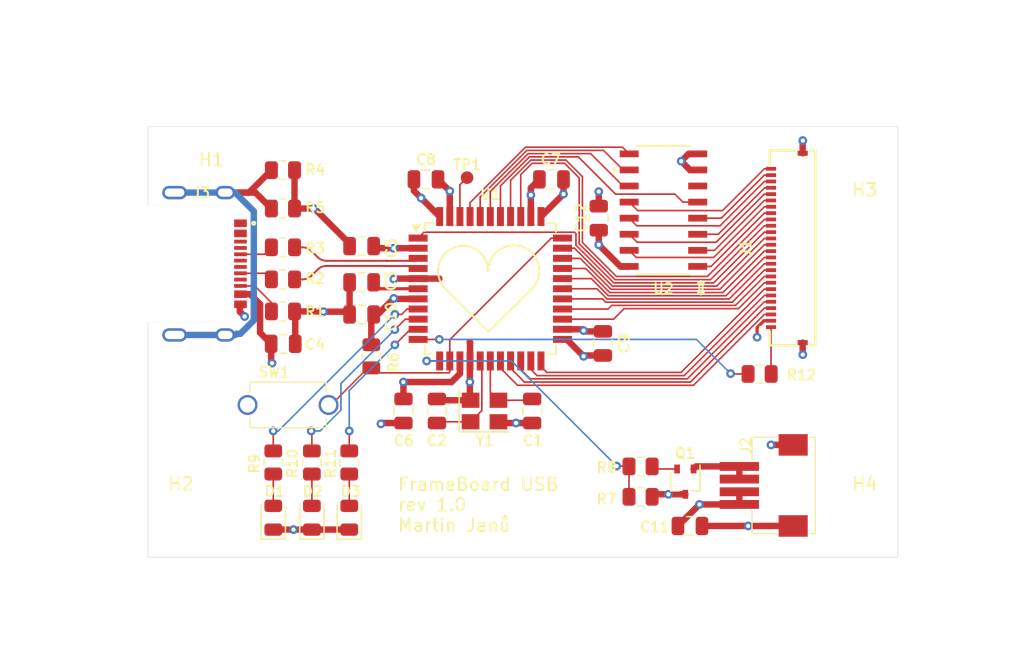
<source format=kicad_pcb>
(kicad_pcb (version 20221018) (generator pcbnew)
  (title_block (title "FrameBoard USB") (date "2024-06-14") (rev "1.0") (company "Martin Janů"))
  (layers (0 "F.Cu" signal) (1 "In1.Cu" power) (2 "In2.Cu" power) (31 "B.Cu" signal) (34 "B.Paste" user) (35 "F.Paste" user) (36 "B.SilkS" user "B.Silkscreen") (37 "F.SilkS" user "F.Silkscreen") (38 "B.Mask" user) (39 "F.Mask" user) (44 "Edge.Cuts" user))
  (net 0 "")
  (net 1 "/KSO9")
  (net 2 "VCC")
  (net 3 "Net-(D1-A)")
  (net 4 "Net-(D2-A)")
  (net 5 "GND")
  (net 6 "Net-(U1-UCAP)")
  (net 7 "/Reset")
  (net 8 "Net-(U1-XTAL2)")
  (net 9 "Net-(U1-XTAL1)")
  (net 10 "/KSO1")
  (net 11 "/KSO2")
  (net 12 "/KSO3")
  (net 13 "/KSO4")
  (net 14 "/KSO6")
  (net 15 "/KSO5")
  (net 16 "/KSO7")
  (net 17 "/KSO8")
  (net 18 "Net-(D3-A)")
  (net 19 "Net-(J2-Pin_1)")
  (net 20 "Net-(U1-D+)")
  (net 21 "/KSO0")
  (net 22 "/KSO15")
  (net 23 "/KSO14")
  (net 24 "/KSO13")
  (net 25 "/KSO12")
  (net 26 "/KSO11")
  (net 27 "/KSO10")
  (net 28 "Net-(U1-AREF)")
  (net 29 "/KSI3")
  (net 30 "/KSI2")
  (net 31 "/KSI1")
  (net 32 "/KSI0")
  (net 34 "/KSI7")
  (net 35 "/KSI6")
  (net 36 "/KSI5")
  (net 37 "/KSI4")
  (net 38 "Net-(Q1-G)")
  (net 39 "Net-(J3-CC2)")
  (net 40 "Net-(J3-DP2)")
  (net 41 "Net-(J3-DN2)")
  (net 42 "Net-(J3-SHIELD)")
  (net 50 "Net-(U1-D-)")
  (net 51 "/LED0")
  (net 52 "/LED1")
  (net 53 "/LED2")
  (net 54 "Net-(J1-Pin_1)")
  (net 55 "/MUXA")
  (net 56 "/MUX0")
  (net 57 "/MUX1")
  (net 58 "/MUX2")
  (net 59 "/PWM")
  (net 60 "/CAPS")
  (footprint "usb:AMPHENOL_GSB1C4621DS1HR" (layer "F.Cu") (at 41.256 46.979028 -90)
    (fp_text reference "J3")
    (fp_text value "USB-C 2.0")
    (fp_line (start -4.62 -4.6) (end -4.62 2.1) (stroke (width 0.01)) (layer "Edge.Cuts"))
    (fp_line (start 3.937 -4.6) (end -3.937 -4.6) (stroke (width 0.01)) (layer "Edge.Cuts"))
    (fp_line (start 4.62 2.1) (end 4.62 -4.6) (stroke (width 0.01)) (layer "Edge.Cuts"))
    (fp_arc (start -4.62 -4.6) (mid -4.434708 -4.841479) (end -4.1535 -4.725) (stroke (width 0.01)) (layer "Edge.Cuts"))
    (fp_arc (start -3.937 -4.6) (mid -4.061997 -4.633495) (end -4.1535 -4.725) (stroke (width 0.01)) (layer "Edge.Cuts"))
    (fp_arc (start 4.1535 -4.725) (mid 4.061997 -4.633495) (end 3.937 -4.6) (stroke (width 0.01)) (layer "Edge.Cuts"))
    (fp_arc (start 4.1535 -4.725) (mid 4.434708 -4.841479) (end 4.62 -4.6) (stroke (width 0.01)) (layer "Edge.Cuts"))
  )
  (footprint "Capacitor_SMD:C_0805_2012Metric" (layer "F.Cu") (at 75.073901 53.26865 -90)
    (fp_text reference "C9")
    (fp_text value "100nF" hide)
  )
  (footprint "Resistor_SMD:R_0805_2012Metric" (layer "F.Cu") (at 87.446 55.679028)
    (fp_text reference "R12")
    (fp_text value "220R")
  )
  (footprint "demux:SOIC-16_ONS" (layer "F.Cu") (at 79.8511 42.744028 180)
    (fp_text reference "U2")
    (fp_text value "SN74CBT3251DR" hide)
  )
  (footprint "MountingHole:MountingHole_2.2mm_M2" (layer "F.Cu") (at 41.756 67.551028)
    (fp_text reference "H2")
    (fp_text value "MountingHole")
  )
  (footprint "Capacitor_SMD:C_0805_2012Metric" (layer "F.Cu") (at 56.023901 48.44265 180)
    (fp_text reference "C3")
    (fp_text value "1uF" hide)
  )
  (footprint "custom_footprints:testpoint" (layer "F.Cu") (at 64.346 40.179028)
    (fp_text reference "TP1")
    (fp_text value "TestPoint" hide)
  )
  (footprint "MountingHole:MountingHole_2.2mm_M2" (layer "F.Cu") (at 95.756 38.751028)
    (fp_text reference "H3")
    (fp_text value "MountingHole")
  )
  (footprint "Resistor_SMD:R_0805_2012Metric" (layer "F.Cu") (at 78.046 65.379028)
    (fp_text reference "R7")
    (fp_text value "1M")
  )
  (footprint "Resistor_SMD:R_0805_2012Metric" (layer "F.Cu") (at 52.096 62.666528 -90)
    (fp_text reference "R10")
    (fp_text value "220R")
  )
  (footprint "Resistor_SMD:R_0805_2012Metric" (layer "F.Cu") (at 49.046 62.666528 -90)
    (fp_text reference "R9")
    (fp_text value "220R")
  )
  (footprint "custom_footprints:button" (layer "F.Cu") (at 50.216 58.127028)
    (fp_text reference "SW1")
    (fp_text value "RST_BTN")
  )
  (footprint "Resistor_SMD:R_0805_2012Metric" (layer "F.Cu") (at 55.046 62.666528 -90)
    (fp_text reference "R11")
    (fp_text value "220R")
  )
  (footprint "Resistor_SMD:R_0805_2012Metric" (layer "F.Cu") (at 49.8115 50.741028)
    (fp_text reference "R1")
    (fp_text value "5K1" hide)
  )
  (footprint "LED_SMD:LED_0805_2012Metric" (layer "F.Cu") (at 52.096 67.029028 90)
    (fp_text reference "D2")
    (fp_text value "LED")
  )
  (footprint "Capacitor_SMD:C_0805_2012Metric" (layer "F.Cu") (at 61.965901 58.60265 90)
    (fp_text reference "C2")
    (fp_text value "22pF")
  )
  (footprint "Resistor_SMD:R_0805_2012Metric" (layer "F.Cu") (at 56.785901 54.28465 -90)
    (fp_text reference "R6")
    (fp_text value "1M")
  )
  (footprint "Resistor_SMD:R_0805_2012Metric" (layer "F.Cu") (at 49.8115 39.585028)
    (fp_text reference "R4")
    (fp_text value "0R")
  )
  (footprint "MountingHole:MountingHole_2.2mm_M2" (layer "F.Cu") (at 95.756 67.551028)
    (fp_text reference "H4")
    (fp_text value "MountingHole")
  )
  (footprint "custom_footprints:conn_backlight" (layer "F.Cu") (at 89.346 64.479028 180)
    (fp_text reference "J2")
    (fp_text value "Conn_Backlight")
  )
  (footprint "Resistor_SMD:R_0805_2012Metric" (layer "F.Cu") (at 49.8115 42.618028)
    (fp_text reference "R5")
    (fp_text value "0R")
  )
  (footprint "transistors:SOT-323_SC-70" (layer "F.Cu") (at 81.580314 64.179028 -90)
    (fp_text reference "Q1")
    (fp_text value "Q_NMOS_DGS" hide)
  )
  (footprint "Capacitor_SMD:C_0805_2012Metric" (layer "F.Cu") (at 61.103901 40.31465)
    (fp_text reference "C8")
    (fp_text value "100nF" hide)
  )
  (footprint "Capacitor_SMD:C_0805_2012Metric" (layer "F.Cu") (at 69.485901 58.60265 -90)
    (fp_text reference "C1")
    (fp_text value "22pF")
  )
  (footprint "LED_SMD:LED_0805_2012Metric" (layer "F.Cu") (at 49.046 67.029028 90)
    (fp_text reference "D1")
    (fp_text value "LED")
  )
  (footprint "Resistor_SMD:R_0805_2012Metric" (layer "F.Cu") (at 49.8115 48.211028)
    (fp_text reference "R2")
    (fp_text value "22R" hide)
  )
  (footprint "Capacitor_SMD:C_0805_2012Metric" (layer "F.Cu") (at 56.023901 45.579028 180)
    (fp_text reference "C5")
    (fp_text value "100nF" hide)
  )
  (footprint "Package_QFP:TQFP-44_10x10mm_P0.8mm" (layer "F.Cu") (at 66.183901 48.95065)
    (fp_text reference "U1")
    (fp_text value "ATmega32U4-A (TQFP44)")
  )
  (footprint "LED_SMD:LED_0805_2012Metric" (layer "F.Cu") (at 55.046 67.029028 90)
    (fp_text reference "D3")
    (fp_text value "LED")
  )
  (footprint "Capacitor_SMD:C_0805_2012Metric" (layer "F.Cu") (at 74.746 43.379028 -90)
    (fp_text reference "C12")
    (fp_text value "100nF")
  )
  (footprint "Resistor_SMD:R_0805_2012Metric" (layer "F.Cu") (at 78.046 62.979028)
    (fp_text reference "R8")
    (fp_text value "5K1")
  )
  (footprint "Capacitor_SMD:C_0805_2012Metric" (layer "F.Cu") (at 71.009901 40.31465 180)
    (fp_text reference "C7")
    (fp_text value "100nF" hide)
  )
  (footprint "Crystal:Crystal_SMD_3225-4Pin_3.2x2.5mm" (layer "F.Cu") (at 65.725901 58.60265)
    (fp_text reference "Y1")
    (fp_text value "16MHz" hide)
  )
  (footprint "keyboard_conn:046809626210846" (layer "F.Cu") (at 90.046 45.729028 90)
    (fp_text reference "J1")
    (fp_text value "Conn_Keyboard" hide)
  )
  (footprint "Capacitor_SMD:C_0805_2012Metric" (layer "F.Cu") (at 81.946 67.679028)
    (fp_text reference "C11")
    (fp_text value "100nF")
  )
  (footprint "Capacitor_SMD:C_0805_2012Metric" (layer "F.Cu") (at 59.325901 58.60265 -90)
    (fp_text reference "C6")
    (fp_text value "100nF")
  )
  (footprint "MountingHole:MountingHole_2.2mm_M2" (layer "F.Cu") (at 41.756 38.751028)
    (fp_text reference "H1")
    (fp_text value "MountingHole")
  )
  (footprint "Resistor_SMD:R_0805_2012Metric" (layer "F.Cu") (at 49.8115 45.681028)
    (fp_text reference "R3")
    (fp_text value "22R" hide)
  )
  (footprint "Capacitor_SMD:C_0805_2012Metric" (layer "F.Cu") (at 56.023901 50.98265 180)
    (fp_text reference "C10")
    (fp_text value "100nF" hide)
  )
  (footprint "Capacitor_SMD:C_0805_2012Metric" (layer "F.Cu") (at 49.8315 53.301028)
    (fp_text reference "C4")
    (fp_text value "1uF" hide)
  )
  (gr_arc (start 62.633113 48.942666) (mid 63.275433 45.713475) (end 66.01301 47.542667) (stroke (width 0.1524)) (layer "F.SilkS"))
  (gr_line (start 62.633113 48.942666) (end 66.033112 52.342667) (stroke (width 0.1524)) (layer "F.SilkS"))
  (gr_arc (start 66.01301 47.542667) (mid 68.733935 45.648027) (end 69.566888 48.857332) (stroke (width 0.1524)) (layer "F.SilkS"))
  (gr_line (start 66.033112 52.342667) (end 69.566888 48.857332) (stroke (width 0.1524)) (layer "F.SilkS"))
  (gr_line locked (start 39.156 36.151028) (end 98.356 36.151028) (stroke (width 0.0381)) (layer "Edge.Cuts"))
  (gr_line locked (start 39.156 70.147028) (end 39.156 51.599028) (stroke (width 0.0381)) (layer "Edge.Cuts"))
  (gr_line locked (start 39.156 42.359028) (end 39.156 36.151028) (stroke (width 0.0381)) (layer "Edge.Cuts"))
  (gr_line locked (start 98.356 36.151028) (end 98.356 70.147028) (stroke (width 0.0381)) (layer "Edge.Cuts"))
  (gr_line locked (start 98.356 70.147028) (end 39.156 70.147028) (stroke (width 0.0381)) (layer "Edge.Cuts"))
  (gr_text "FrameBoard USB\nrev 1.0\nMartin Janů" (at 58.8 68.2) (layer "F.SilkS") (effects (font (size 1 1) (thickness 0.1524) bold) (justify left bottom)))
  (segment (start 87.819 47.979028) (end 88.346 47.979028) (width 0.127) (layer "F.Cu") (net 1))
  (segment (start 75.762454 50.265028) (end 85.533 50.265028) (width 0.127) (layer "F.Cu") (net 1))
  (segment (start 71.883901 50.55065) (end 75.476832 50.55065) (width 0.127) (layer "F.Cu") (net 1))
  (segment (start 75.476832 50.55065) (end 75.762454 50.265028) (width 0.127) (layer "F.Cu") (net 1))
  (segment (start 85.533 50.265028) (end 87.819 47.979028) (width 0.127) (layer "F.Cu") (net 1))
  (segment (start 60.382739 45.751429) (end 57.024739 45.751429) (width 0.508) (layer "F.Cu") (net 2))
  (segment (start 71.959901 40.31465) (end 71.959901 41.47465) (width 0.508) (layer "F.Cu") (net 2))
  (segment (start 87.246 52.021028) (end 87.246 52.779028) (width 0.254) (layer "F.Cu") (net 2))
  (segment (start 63.783901 55.65465) (end 63.783901 54.65065) (width 0.508) (layer "F.Cu") (net 2))
  (segment (start 48.0055 50.166528) (end 48.0055 52.425028) (width 0.508) (layer "F.Cu") (net 2))
  (segment (start 77.146 47.189028) (end 76.456 47.189028) (width 0.508) (layer "F.Cu") (net 2))
  (segment (start 58.601901 49.75065) (end 58.563901 49.71265) (width 0.508) (layer "F.Cu") (net 2))
  (segment (start 71.959901 41.47465) (end 70.183901 43.25065) (width 0.508) (layer "F.Cu") (net 2))
  (segment (start 74.746 44.329028) (end 74.746 45.479028) (width 0.508) (layer "F.Cu") (net 2))
  (segment (start 76.456 47.189028) (end 74.746 45.479028) (width 0.508) (layer "F.Cu") (net 2))
  (segment (start 63.121901 56.31665) (end 63.783901 55.65465) (width 0.508) (layer "F.Cu") (net 2))
  (segment (start 60.153901 41.22065) (end 62.183901 43.25065) (width 0.508) (layer "F.Cu") (net 2))
  (segment (start 46.406 49.379028) (end 47.218 49.379028) (width 0.508) (layer "F.Cu") (net 2))
  (segment (start 48.0055 52.425028) (end 48.8815 53.301028) (width 0.508) (layer "F.Cu") (net 2))
  (segment (start 60.483901 49.75065) (end 58.601901 49.75065) (width 0.508) (layer "F.Cu") (net 2))
  (segment (start 73.549901 52.25265) (end 73.615901 52.31865) (width 0.508) (layer "F.Cu") (net 2))
  (segment (start 47.218 49.379028) (end 48.0055 50.166528) (width 0.508) (layer "F.Cu") (net 2))
  (segment (start 56.785901 53.37215) (end 56.785901 51.17065) (width 0.508) (layer "F.Cu") (net 2))
  (segment (start 76.6409 47.189028) (end 77.156 47.189028) (width 0.508) (layer "F.Cu") (net 2))
  (segment (start 88.346 51.479028) (end 87.788 51.479028) (width 0.254) (layer "F.Cu") (net 2))
  (segment (start 48.8815 53.301028) (end 48.8815 54.760528) (width 0.508) (layer "F.Cu") (net 2))
  (segment (start 60.153901 40.31465) (end 60.153901 41.22065) (width 0.508) (layer "F.Cu") (net 2))
  (segment (start 73.447901 52.15065) (end 73.549901 52.25265) (width 0.508) (layer "F.Cu") (net 2))
  (segment (start 85.846 64.979028) (end 85.846 65.979028) (width 0.508) (layer "F.Cu") (net 2))
  (segment (start 48.8815 54.760528) (end 48.946 54.825028) (width 0.508) (layer "F.Cu") (net 2))
  (segment (start 59.325901 57.65265) (end 59.325901 56.31665) (width 0.508) (layer "F.Cu") (net 2))
  (segment (start 71.883901 52.15065) (end 73.447901 52.15065) (width 0.508) (layer "F.Cu") (net 2))
  (segment (start 87.788 51.479028) (end 87.246 52.021028) (width 0.254) (layer "F.Cu") (net 2))
  (segment (start 82.696 65.979028) (end 85.846 65.979028) (width 0.508) (layer "F.Cu") (net 2))
  (segment (start 59.325901 56.31665) (end 63.121901 56.31665) (width 0.508) (layer "F.Cu") (net 2))
  (segment (start 73.615901 52.31865) (end 75.073901 52.31865) (width 0.508) (layer "F.Cu") (net 2))
  (segment (start 80.996 67.679028) (end 82.696 65.979028) (width 0.508) (layer "F.Cu") (net 2))
  (segment (start 57.293901 50.98265) (end 58.563901 49.71265) (width 0.508) (layer "F.Cu") (net 2))
  (via (at 48.946 54.825028) (size 0.6858) (drill 0.3302) (layers "F.Cu" "B.Cu") (net 2))
  (via (at 73.549901 52.25265) (size 0.6858) (drill 0.3302) (layers "F.Cu" "B.Cu") (net 2))
  (via (at 59.325901 56.31665) (size 0.6858) (drill 0.3302) (layers "F.Cu" "B.Cu") (net 2))
  (via (at 71.959901 41.47465) (size 0.6858) (drill 0.3302) (layers "F.Cu" "B.Cu") (net 2))
  (via (at 74.746 45.479028) (size 0.6858) (drill 0.3302) (layers "F.Cu" "B.Cu") (net 2))
  (via (at 60.720139 41.786889) (size 0.6858) (drill 0.3302) (layers "F.Cu" "B.Cu") (net 2))
  (via (at 82.696 65.979028) (size 0.6858) (drill 0.3302) (layers "F.Cu" "B.Cu") (net 2))
  (via (at 58.563901 49.71265) (size 0.6858) (drill 0.3302) (layers "F.Cu" "B.Cu") (net 2))
  (via (at 87.246 52.779028) (size 0.6858) (drill 0.3302) (layers "F.Cu" "B.Cu") (net 2))
  (via (at 58.544838 45.751429) (size 0.6858) (drill 0.3302) (layers "F.Cu" "B.Cu") (net 2))
  (segment (start 49.046 63.579028) (end 49.046 65.991528) (width 0.127) (layer "F.Cu") (net 3))
  (segment (start 49.046 65.991528) (end 49.146 66.091528) (width 0.127) (layer "F.Cu") (net 3))
  (segment (start 52.096 63.579028) (end 52.096 66.091528) (width 0.127) (layer "F.Cu") (net 4))
  (segment (start 55.073901 50.98265) (end 55.073901 48.44265) (width 0.508) (layer "F.Cu") (net 5))
  (segment (start 90.096 61.279028) (end 88.346 61.279028) (width 0.508) (layer "F.Cu") (net 5))
  (segment (start 64.583901 53.178929) (end 64.556 53.151028) (width 0.508) (layer "F.Cu") (net 5))
  (segment (start 46.787 51.142028) (end 46.406 50.761028) (width 0.508) (layer "F.Cu") (net 5))
  (segment (start 50.724 42.618028) (end 50.724 39.585028) (width 0.508) (layer "F.Cu") (net 5))
  (segment (start 52.299 42.618028) (end 55.108 45.427028) (width 0.508) (layer "F.Cu") (net 5))
  (segment (start 64.625901 57.75265) (end 62.065901 57.75265) (width 0.508) (layer "F.Cu") (net 5))
  (segment (start 57.613901 59.55265) (end 57.547901 59.61865) (width 0.508) (layer "F.Cu") (net 5))
  (segment (start 79.1585 65.179028) (end 78.9585 65.379028) (width 0.508) (layer "F.Cu") (net 5))
  (segment (start 60.483901 48.15065) (end 62.155622 48.15065) (width 0.508) (layer "F.Cu") (net 5))
  (segment (start 52.248 42.618028) (end 50.724 42.618028) (width 0.508) (layer "F.Cu") (net 5))
  (segment (start 50.724 50.741028) (end 52.99 50.741028) (width 0.508) (layer "F.Cu") (net 5))
  (segment (start 59.325901 59.55265) (end 57.613901 59.55265) (width 0.508) (layer "F.Cu") (net 5))
  (segment (start 49.046 67.966528) (end 52.096 67.966528) (width 0.508) (layer "F.Cu") (net 5))
  (segment (start 73.615901 54.21865) (end 75.073901 54.21865) (width 0.508) (layer "F.Cu") (net 5))
  (segment (start 70.059901 40.31465) (end 69.383901 40.99065) (width 0.508) (layer "F.Cu") (net 5))
  (segment (start 52.096 67.966528) (end 55.046 67.966528) (width 0.508) (layer "F.Cu") (net 5))
  (segment (start 81.580314 65.179028) (end 79.1585 65.179028) (width 0.508) (layer "F.Cu") (net 5))
  (segment (start 60.483901 48.15065) (end 58.601901 48.15065) (width 0.508) (layer "F.Cu") (net 5))
  (segment (start 90.846 54.141028) (end 90.856 54.151028) (width 0.508) (layer "F.Cu") (net 5))
  (segment (start 69.485901 59.55265) (end 66.925901 59.55265) (width 0.508) (layer "F.Cu") (net 5))
  (segment (start 55.108 50.761028) (end 53.01 50.761028) (width 0.508) (layer "F.Cu") (net 5))
  (segment (start 62.053901 40.31465) (end 62.983901 41.24465) (width 0.508) (layer "F.Cu") (net 5))
  (segment (start 73.549901 54.28465) (end 73.615901 54.21865) (width 0.508) (layer "F.Cu") (net 5))
  (segment (start 90.846 37.261028) (end 90.846 38.254028) (width 0.508) (layer "F.Cu") (net 5))
  (segment (start 62.983901 41.24465) (end 62.983901 43.25065) (width 0.508) (layer "F.Cu") (net 5))
  (segment (start 82.896 67.679028) (end 90.096 67.679028) (width 0.508) (layer "F.Cu") (net 5))
  (segment (start 69.383901 40.99065) (end 69.383901 43.25065) (width 0.508) (layer "F.Cu") (net 5))
  (segment (start 46.406 50.761028) (end 46.406 50.179028) (width 0.508) (layer "F.Cu") (net 5))
  (segment (start 52.99 50.741028) (end 53.01 50.761028) (width 0.508) (layer "F.Cu") (net 5))
  (segment (start 81.9462 39.569028) (end 81.2562 38.879028) (width 0.508) (layer "F.Cu") (net 5))
  (segment (start 52.248 42.618028) (end 52.299 42.618028) (width 0.508) (layer "F.Cu") (net 5))
  (segment (start 72.215901 52.95065) (end 73.549901 54.28465) (width 0.508) (layer "F.Cu") (net 5))
  (segment (start 64.583901 54.65065) (end 64.583901 53.178929) (width 0.508) (layer "F.Cu") (net 5))
  (segment (start 62.156 48.151028) (end 62.155622 48.15065) (width 0.508) (layer "F.Cu") (net 5))
  (segment (start 81.8362 38.299028) (end 81.2562 38.879028) (width 0.508) (layer "F.Cu") (net 5))
  (segment (start 82.5562 38.299028) (end 81.8362 38.299028) (width 0.508) (layer "F.Cu") (net 5))
  (segment (start 90.856 37.251028) (end 90.846 37.261028) (width 0.508) (layer "F.Cu") (net 5))
  (segment (start 64.569042 57.750111) (end 64.569042 54.690111) (width 0.508) (layer "F.Cu") (net 5))
  (segment (start 74.746 42.429028) (end 74.746 41.279028) (width 0.508) (layer "F.Cu") (net 5))
  (segment (start 82.5562 39.569028) (end 81.9462 39.569028) (width 0.508) (layer "F.Cu") (net 5))
  (segment (start 90.846 53.204028) (end 90.846 54.141028) (width 0.508) (layer "F.Cu") (net 5))
  (segment (start 58.601901 48.15065) (end 58.563901 48.18865) (width 0.508) (layer "F.Cu") (net 5))
  (segment (start 50.7815 53.301028) (end 50.7815 50.798528) (width 0.508) (layer "F.Cu") (net 5))
  (via (at 53.01 50.761028) (size 0.6858) (drill 0.3302) (layers "F.Cu" "B.Cu") (net 5))
  (via (at 58.563901 48.18865) (size 0.6858) (drill 0.3302) (layers "F.Cu" "B.Cu") (net 5))
  (via (at 52.248 42.618028) (size 0.6858) (drill 0.3302) (layers "F.Cu" "B.Cu") (net 5))
  (via (at 57.547901 59.61865) (size 0.6858) (drill 0.3302) (layers "F.Cu" "B.Cu") (net 5))
  (via (at 74.746 41.279028) (size 0.6858) (drill 0.3302) (layers "F.Cu" "B.Cu") (net 5))
  (via (at 64.569042 56.314111) (size 0.6858) (drill 0.3302) (layers "F.Cu" "B.Cu") (net 5))
  (via (at 62.983901 41.24465) (size 0.6858) (drill 0.3302) (layers "F.Cu" "B.Cu") (net 5))
  (via (at 46.787 51.142028) (size 0.6858) (drill 0.3302) (layers "F.Cu" "B.Cu") (net 5))
  (via (at 68.215901 59.55265) (size 0.6858) (drill 0.3302) (layers "F.Cu" "B.Cu") (net 5))
  (via (at 86.546 67.679028) (size 0.6858) (drill 0.3302) (layers "F.Cu" "B.Cu") (net 5))
  (via (at 50.646 67.966528) (size 0.6858) (drill 0.3302) (layers "F.Cu" "B.Cu") (net 5))
  (via (at 73.549901 54.28465) (size 0.6858) (drill 0.3302) (layers "F.Cu" "B.Cu") (net 5))
  (via (at 88.346 61.279028) (size 0.6858) (drill 0.3302) (layers "F.Cu" "B.Cu") (net 5))
  (via (at 81.2562 38.879028) (size 0.6858) (drill 0.3302) (layers "F.Cu" "B.Cu") (net 5))
  (via (at 80.246 65.179028) (size 0.6858) (drill 0.3302) (layers "F.Cu" "B.Cu") (net 5))
  (via (at 90.856 37.251028) (size 0.6858) (drill 0.3302) (layers "F.Cu" "B.Cu") (net 5))
  (via (at 90.856 54.151028) (size 0.6858) (drill 0.3302) (layers "F.Cu" "B.Cu") (net 5))
  (via (at 69.383901 41.551028) (size 0.6858) (drill 0.3302) (layers "F.Cu" "B.Cu") (net 5))
  (segment (start 57.481901 48.95065) (end 60.483901 48.95065) (width 0.254) (layer "F.Cu") (net 6))
  (segment (start 56.973901 48.44265) (end 57.481901 48.95065) (width 0.254) (layer "F.Cu") (net 6))
  (segment (start 62.983901 55.52765) (end 62.920401 55.59115) (width 0.127) (layer "F.Cu") (net 7))
  (segment (start 56.533401 55.19715) (end 53.381901 58.34865) (width 0.127) (layer "F.Cu") (net 7))
  (segment (start 62.983901 54.65065) (end 62.983901 55.52765) (width 0.127) (layer "F.Cu") (net 7))
  (segment (start 62.920401 55.59115) (end 57.179901 55.59115) (width 0.127) (layer "F.Cu") (net 7))
  (segment (start 71.883901 44.95065) (end 71.006901 44.95065) (width 0.127) (layer "F.Cu") (net 7))
  (segment (start 71.006901 44.95065) (end 62.983901 52.97365) (width 0.127) (layer "F.Cu") (net 7))
  (segment (start 62.983901 52.97365) (end 62.983901 54.65065) (width 0.127) (layer "F.Cu") (net 7))
  (segment (start 64.625901 59.45265) (end 62.065901 59.45265) (width 0.127) (layer "F.Cu") (net 8))
  (segment (start 65.383901 54.65065) (end 65.516401 54.78315) (width 0.127) (layer "F.Cu") (net 8))
  (segment (start 65.516401 58.56215) (end 64.625901 59.45265) (width 0.127) (layer "F.Cu") (net 8))
  (segment (start 65.516401 54.78315) (end 65.516401 58.56215) (width 0.127) (layer "F.Cu") (net 8))
  (segment (start 62.065901 59.45265) (end 61.965901 59.55265) (width 0.127) (layer "F.Cu") (net 8))
  (segment (start 69.385901 57.75265) (end 69.485901 57.65265) (width 0.127) (layer "F.Cu") (net 9))
  (segment (start 66.183901 57.11065) (end 66.825901 57.75265) (width 0.127) (layer "F.Cu") (net 9))
  (segment (start 66.825901 57.75265) (end 69.385901 57.75265) (width 0.127) (layer "F.Cu") (net 9))
  (segment (start 66.183901 54.65065) (end 66.183901 57.11065) (width 0.127) (layer "F.Cu") (net 9))
  (segment (start 87.819 43.979028) (end 88.346 43.979028) (width 0.127) (layer "F.Cu") (net 10))
  (segment (start 73.2 45.400138) (end 76.03289 48.233028) (width 0.127) (layer "F.Cu") (net 10))
  (segment (start 73.2 40.199861) (end 73.2 45.400138) (width 0.127) (layer "F.Cu") (net 10))
  (segment (start 68.583901 39.94665) (end 69.485901 39.04465) (width 0.127) (layer "F.Cu") (net 10))
  (segment (start 76.03289 48.233028) (end 83.565 48.233028) (width 0.127) (layer "F.Cu") (net 10))
  (segment (start 83.565 48.233028) (end 87.819 43.979028) (width 0.127) (layer "F.Cu") (net 10))
  (segment (start 72.044789 39.04465) (end 73.2 40.199861) (width 0.127) (layer "F.Cu") (net 10))
  (segment (start 69.485901 39.04465) (end 72.044789 39.04465) (width 0.127) (layer "F.Cu") (net 10))
  (segment (start 68.583901 43.25065) (end 68.583901 39.94665) (width 0.127) (layer "F.Cu") (net 10))
  (segment (start 87.819 44.479028) (end 88.346 44.479028) (width 0.127) (layer "F.Cu") (net 11))
  (segment (start 83.811 48.487028) (end 87.819 44.479028) (width 0.127) (layer "F.Cu") (net 11))
  (segment (start 72.946 45.505348) (end 75.92768 48.487028) (width 0.127) (layer "F.Cu") (net 11))
  (segment (start 60.483901 44.95065) (end 60.949401 44.48515) (width 0.127) (layer "F.Cu") (net 11))
  (segment (start 72.946 44.606749) (end 72.946 45.505348) (width 0.127) (layer "F.Cu") (net 11))
  (segment (start 75.92768 48.487028) (end 83.811 48.487028) (width 0.127) (layer "F.Cu") (net 11))
  (segment (start 60.949401 44.48515) (end 72.824401 44.48515) (width 0.127) (layer "F.Cu") (net 11))
  (segment (start 72.824401 44.48515) (end 72.946 44.606749) (width 0.127) (layer "F.Cu") (net 11))
  (segment (start 71.883901 45.75065) (end 72.832092 45.75065) (width 0.127) (layer "F.Cu") (net 12))
  (segment (start 84.057 48.741028) (end 87.819 44.979028) (width 0.127) (layer "F.Cu") (net 12))
  (segment (start 75.82247 48.741028) (end 84.057 48.741028) (width 0.127) (layer "F.Cu") (net 12))
  (segment (start 72.832092 45.75065) (end 75.82247 48.741028) (width 0.127) (layer "F.Cu") (net 12))
  (segment (start 87.819 44.979028) (end 88.346 44.979028) (width 0.127) (layer "F.Cu") (net 12))
  (segment (start 73.272882 46.55065) (end 75.71726 48.995028) (width 0.127) (layer "F.Cu") (net 13))
  (segment (start 87.819 45.479028) (end 88.346 45.479028) (width 0.127) (layer "F.Cu") (net 13))
  (segment (start 84.303 48.995028) (end 87.819 45.479028) (width 0.127) (layer "F.Cu") (net 13))
  (segment (start 75.71726 48.995028) (end 84.303 48.995028) (width 0.127) (layer "F.Cu") (net 13))
  (segment (start 71.883901 46.55065) (end 73.272882 46.55065) (width 0.127) (layer "F.Cu") (net 13))
  (segment (start 71.883901 48.15065) (end 74.154462 48.15065) (width 0.127) (layer "F.Cu") (net 14))
  (segment (start 75.50684 49.503028) (end 84.795 49.503028) (width 0.127) (layer "F.Cu") (net 14))
  (segment (start 87.819 46.479028) (end 88.346 46.479028) (width 0.127) (layer "F.Cu") (net 14))
  (segment (start 84.795 49.503028) (end 87.819 46.479028) (width 0.127) (layer "F.Cu") (net 14))
  (segment (start 74.154462 48.15065) (end 75.50684 49.503028) (width 0.127) (layer "F.Cu") (net 14))
  (segment (start 84.549 49.249028) (end 87.819 45.979028) (width 0.127) (layer "F.Cu") (net 15))
  (segment (start 75.61205 49.249028) (end 84.549 49.249028) (width 0.127) (layer "F.Cu") (net 15))
  (segment (start 87.819 45.979028) (end 88.346 45.979028) (width 0.127) (layer "F.Cu") (net 15))
  (segment (start 71.883901 47.35065) (end 73.713672 47.35065) (width 0.127) (layer "F.Cu") (net 15))
  (segment (start 73.713672 47.35065) (end 75.61205 49.249028) (width 0.127) (layer "F.Cu") (net 15))
  (segment (start 71.883901 48.95065) (end 74.595252 48.95065) (width 0.127) (layer "F.Cu") (net 16))
  (segment (start 74.595252 48.95065) (end 75.40163 49.757028) (width 0.127) (layer "F.Cu") (net 16))
  (segment (start 75.40163 49.757028) (end 85.041 49.757028) (width 0.127) (layer "F.Cu") (net 16))
  (segment (start 87.819 46.979028) (end 88.346 46.979028) (width 0.127) (layer "F.Cu") (net 16))
  (segment (start 85.041 49.757028) (end 87.819 46.979028) (width 0.127) (layer "F.Cu") (net 16))
  (segment (start 87.819 47.479028) (end 88.346 47.479028) (width 0.127) (layer "F.Cu") (net 17))
  (segment (start 75.29642 50.011028) (end 85.287 50.011028) (width 0.127) (layer "F.Cu") (net 17))
  (segment (start 85.287 50.011028) (end 87.819 47.479028) (width 0.127) (layer "F.Cu") (net 17))
  (segment (start 71.883901 49.75065) (end 75.036042 49.75065) (width 0.127) (layer "F.Cu") (net 17))
  (segment (start 75.036042 49.75065) (end 75.29642 50.011028) (width 0.127) (layer "F.Cu") (net 17))
  (segment (start 55.046 63.579028) (end 55.046 66.091528) (width 0.127) (layer "F.Cu") (net 18))
  (segment (start 85.846 63.979028) (end 85.846 62.979028) (width 0.508) (layer "F.Cu") (net 19))
  (segment (start 82.430314 62.979028) (end 82.230314 63.179028) (width 0.508) (layer "F.Cu") (net 19))
  (segment (start 85.846 62.979028) (end 82.430314 62.979028) (width 0.508) (layer "F.Cu") (net 19))
  (segment (start 50.724 48.211028) (end 51.359787 48.211028) (width 0.1524) (layer "F.Cu") (net 20))
  (segment (start 57.840622 47.15385) (end 60.287101 47.15385) (width 0.1524) (layer "F.Cu") (net 20))
  (segment (start 60.287101 47.15385) (end 60.483901 47.35065) (width 0.1524) (layer "F.Cu") (net 20))
  (segment (start 53.250015 47.149228) (end 57.836 47.149228) (width 0.1524) (layer "F.Cu") (net 20))
  (segment (start 57.836 47.149228) (end 57.840622 47.15385) (width 0.1524) (layer "F.Cu") (net 20))
  (segment (start 52.066894 47.918135) (end 52.542908 47.442121) (width 0.1524) (layer "F.Cu") (net 20))
  (arc (start 52.542908 47.442121) (mid 52.867331 47.225348) (end 53.250015 47.149228) (width 0.1524) (layer "F.Cu") (net 20))
  (arc (start 51.359787 48.211028) (mid 51.742471 48.134908) (end 52.066894 47.918135) (width 0.1524) (layer "F.Cu") (net 20))
  (segment (start 83.346 47.952028) (end 87.819 43.479028) (width 0.127) (layer "F.Cu") (net 21))
  (segment (start 83.346 47.979028) (end 83.346 47.952028) (width 0.127) (layer "F.Cu") (net 21))
  (segment (start 73.454 45.294928) (end 76.1381 47.979028) (width 0.127) (layer "F.Cu") (net 21))
  (segment (start 67.783901 43.25065) (end 67.783901 40.38744) (width 0.127) (layer "F.Cu") (net 21))
  (segment (start 67.783901 40.38744) (end 69.380691 38.79065) (width 0.127) (layer "F.Cu") (net 21))
  (segment (start 72.149999 38.79065) (end 73.454 40.094651) (width 0.127) (layer "F.Cu") (net 21))
  (segment (start 73.454 40.094651) (end 73.454 45.294928) (width 0.127) (layer "F.Cu") (net 21))
  (segment (start 76.1381 47.979028) (end 83.346 47.979028) (width 0.127) (layer "F.Cu") (net 21))
  (segment (start 69.380691 38.79065) (end 72.149999 38.79065) (width 0.127) (layer "F.Cu") (net 21))
  (segment (start 87.819 43.479028) (end 88.346 43.479028) (width 0.127) (layer "F.Cu") (net 21))
  (segment (start 82.227378 56.57065) (end 87.819 50.979028) (width 0.127) (layer "F.Cu") (net 22))
  (segment (start 66.983901 55.22015) (end 68.334401 56.57065) (width 0.127) (layer "F.Cu") (net 22))
  (segment (start 87.819 50.979028) (end 88.346 50.979028) (width 0.127) (layer "F.Cu") (net 22))
  (segment (start 68.334401 56.57065) (end 82.227378 56.57065) (width 0.127) (layer "F.Cu") (net 22))
  (segment (start 68.880401 56.31665) (end 81.981378 56.31665) (width 0.127) (layer "F.Cu") (net 23))
  (segment (start 67.783901 55.22015) (end 68.880401 56.31665) (width 0.127) (layer "F.Cu") (net 23))
  (segment (start 81.981378 56.31665) (end 87.819 50.479028) (width 0.127) (layer "F.Cu") (net 23))
  (segment (start 87.819 50.479028) (end 88.346 50.479028) (width 0.127) (layer "F.Cu") (net 23))
  (segment (start 68.583901 55.316929) (end 69.329622 56.06265) (width 0.127) (layer "F.Cu") (net 24))
  (segment (start 69.329622 56.06265) (end 81.735378 56.06265) (width 0.127) (layer "F.Cu") (net 24))
  (segment (start 87.819 49.979028) (end 88.346 49.979028) (width 0.127) (layer "F.Cu") (net 24))
  (segment (start 68.583901 54.65065) (end 68.583901 55.316929) (width 0.127) (layer "F.Cu") (net 24))
  (segment (start 81.735378 56.06265) (end 87.819 49.979028) (width 0.127) (layer "F.Cu") (net 24))
  (segment (start 81.489378 55.80865) (end 87.819 49.479028) (width 0.127) (layer "F.Cu") (net 25))
  (segment (start 87.819 49.479028) (end 88.346 49.479028) (width 0.127) (layer "F.Cu") (net 25))
  (segment (start 69.383901 54.65065) (end 69.383901 55.316929) (width 0.127) (layer "F.Cu") (net 25))
  (segment (start 69.875622 55.80865) (end 81.489378 55.80865) (width 0.127) (layer "F.Cu") (net 25))
  (segment (start 69.383901 55.316929) (end 69.875622 55.80865) (width 0.127) (layer "F.Cu") (net 25))
  (segment (start 87.819 48.979028) (end 88.346 48.979028) (width 0.127) (layer "F.Cu") (net 26))
  (segment (start 70.183901 55.092551) (end 70.646 55.55465) (width 0.127) (layer "F.Cu") (net 26))
  (segment (start 70.646 55.55465) (end 81.243378 55.55465) (width 0.127) (layer "F.Cu") (net 26))
  (segment (start 81.243378 55.55465) (end 87.819 48.979028) (width 0.127) (layer "F.Cu") (net 26))
  (segment (start 70.183901 54.65065) (end 70.183901 55.092551) (width 0.127) (layer "F.Cu") (net 26))
  (segment (start 75.917622 51.35065) (end 76.749244 50.519028) (width 0.127) (layer "F.Cu") (net 27))
  (segment (start 85.779 50.519028) (end 87.819 48.479028) (width 0.127) (layer "F.Cu") (net 27))
  (segment (start 76.749244 50.519028) (end 85.779 50.519028) (width 0.127) (layer "F.Cu") (net 27))
  (segment (start 87.819 48.479028) (end 88.346 48.479028) (width 0.127) (layer "F.Cu") (net 27))
  (segment (start 71.883901 51.35065) (end 75.917622 51.35065) (width 0.127) (layer "F.Cu") (net 27))
  (segment (start 64.346 40.179028) (end 63.783901 40.741127) (width 0.127) (layer "F.Cu") (net 28))
  (segment (start 63.783901 40.741127) (end 63.783901 43.25065) (width 0.127) (layer "F.Cu") (net 28))
  (segment (start 82.5562 44.649028) (end 82.6262 44.579028) (width 0.127) (layer "F.Cu") (net 29))
  (segment (start 88.346 40.979028) (end 87.846 40.979028) (width 0.127) (layer "F.Cu") (net 29))
  (segment (start 87.846 40.979028) (end 84.176 44.649028) (width 0.127) (layer "F.Cu") (net 29))
  (segment (start 88.0088 40.979028) (end 88.646 40.979028) (width 0.127) (layer "F.Cu") (net 29))
  (segment (start 84.176 44.649028) (end 82.5562 44.649028) (width 0.127) (layer "F.Cu") (net 29))
  (segment (start 77.146 43.379028) (end 77.746 43.979028) (width 0.127) (layer "F.Cu") (net 30))
  (segment (start 87.819 40.479028) (end 88.346 40.479028) (width 0.127) (layer "F.Cu") (net 30))
  (segment (start 84.319 43.979028) (end 87.819 40.479028) (width 0.127) (layer "F.Cu") (net 30))
  (segment (start 77.746 43.979028) (end 84.319 43.979028) (width 0.127) (layer "F.Cu") (net 30))
  (segment (start 88.119 40.479028) (end 88.646 40.479028) (width 0.127) (layer "F.Cu") (net 30))
  (segment (start 82.5562 43.379028) (end 84.419 43.379028) (width 0.127) (layer "F.Cu") (net 31))
  (segment (start 88.215 39.979028) (end 88.646 39.979028) (width 0.127) (layer "F.Cu") (net 31))
  (segment (start 87.819 39.979028) (end 88.346 39.979028) (width 0.127) (layer "F.Cu") (net 31))
  (segment (start 84.419 43.379028) (end 87.819 39.979028) (width 0.127) (layer "F.Cu") (net 31))
  (segment (start 84.519 42.779028) (end 87.819 39.479028) (width 0.127) (layer "F.Cu") (net 32))
  (segment (start 77.816 42.779028) (end 84.519 42.779028) (width 0.127) (layer "F.Cu") (net 32))
  (segment (start 88.215 39.479028) (end 88.646 39.479028) (width 0.127) (layer "F.Cu") (net 32))
  (segment (start 77.146 42.109028) (end 77.816 42.779028) (width 0.127) (layer "F.Cu") (net 32))
  (segment (start 87.819 39.479028) (end 88.346 39.479028) (width 0.127) (layer "F.Cu") (net 32))
  (segment (start 83.609 47.189028) (end 87.819 42.979028) (width 0.127) (layer "F.Cu") (net 34))
  (segment (start 87.819 42.979028) (end 88.346 42.979028) (width 0.127) (layer "F.Cu") (net 34))
  (segment (start 88.119 42.979028) (end 88.646 42.979028) (width 0.127) (layer "F.Cu") (net 34))
  (segment (start 82.5562 47.189028) (end 83.609 47.189028) (width 0.127) (layer "F.Cu") (net 34))
  (segment (start 83.819 46.479028) (end 87.819 42.479028) (width 0.127) (layer "F.Cu") (net 35))
  (segment (start 77.706 46.479028) (end 83.819 46.479028) (width 0.127) (layer "F.Cu") (net 35))
  (segment (start 87.819 42.479028) (end 88.346 42.479028) (width 0.127) (layer "F.Cu") (net 35))
  (segment (start 88.119 42.479028) (end 88.646 42.479028) (width 0.127) (layer "F.Cu") (net 35))
  (segment (start 77.146 45.919028) (end 77.706 46.479028) (width 0.127) (layer "F.Cu") (net 35))
  (segment (start 82.5562 45.919028) (end 83.879 45.919028) (width 0.127) (layer "F.Cu") (net 36))
  (segment (start 83.879 45.919028) (end 87.819 41.979028) (width 0.127) (layer "F.Cu") (net 36))
  (segment (start 87.819 41.979028) (end 88.346 41.979028) (width 0.127) (layer "F.Cu") (net 36))
  (segment (start 88.646 41.979028) (end 88.146 41.979028) (width 0.127) (layer "F.Cu") (net 36))
  (segment (start 82.5562 45.919028) (end 82.5962 45.879028) (width 0.127) (layer "F.Cu") (net 36))
  (segment (start 88.646 41.479028) (end 88.119 41.479028) (width 0.127) (layer "F.Cu") (net 37))
  (segment (start 77.776 45.279028) (end 84.019 45.279028) (width 0.127) (layer "F.Cu") (net 37))
  (segment (start 77.146 44.649028) (end 77.776 45.279028) (width 0.127) (layer "F.Cu") (net 37))
  (segment (start 84.019 45.279028) (end 87.819 41.479028) (width 0.127) (layer "F.Cu") (net 37))
  (segment (start 87.819 41.479028) (end 88.346 41.479028) (width 0.127) (layer "F.Cu") (net 37))
  (segment (start 79.1585 63.179028) (end 78.9585 62.979028) (width 0.127) (layer "F.Cu") (net 38))
  (segment (start 80.930314 63.179028) (end 79.1585 63.179028) (width 0.127) (layer "F.Cu") (net 38))
  (segment (start 48.899 50.041028) (end 47.587 48.729028) (width 0.127) (layer "F.Cu") (net 39))
  (segment (start 48.899 50.741028) (end 48.899 50.041028) (width 0.127) (layer "F.Cu") (net 39))
  (segment (start 47.587 48.729028) (end 46.406 48.729028) (width 0.127) (layer "F.Cu") (net 39))
  (segment (start 48.417 47.729028) (end 48.899 48.211028) (width 0.127) (layer "F.Cu") (net 40))
  (segment (start 46.406 47.729028) (end 48.417 47.729028) (width 0.127) (layer "F.Cu") (net 40))
  (segment (start 48.351 46.229028) (end 48.899 45.681028) (width 0.127) (layer "F.Cu") (net 41))
  (segment (start 46.406 46.229028) (end 48.351 46.229028) (width 0.127) (layer "F.Cu") (net 41))
  (segment (start 47.125 41.359028) (end 48.899 39.585028) (width 0.508) (layer "F.Cu") (net 42))
  (segment (start 45.256 41.359028) (end 47.64 41.359028) (width 0.508) (layer "F.Cu") (net 42))
  (segment (start 45.256 41.359028) (end 47.125 41.359028) (width 0.508) (layer "F.Cu") (net 42))
  (segment (start 47.64 41.359028) (end 48.899 42.618028) (width 0.508) (layer "F.Cu") (net 42))
  (segment (start 46.445298 52.50748) (end 47.5109 51.441878) (width 0.508) (layer "B.Cu") (net 42))
  (segment (start 41.256 41.359028) (end 45.256 41.359028) (width 0.508) (layer "B.Cu") (net 42))
  (segment (start 45.256 52.599028) (end 46.039 52.599028) (width 0.508) (layer "B.Cu") (net 42))
  (segment (start 41.256 52.599028) (end 45.256 52.599028) (width 0.508) (layer "B.Cu") (net 42))
  (segment (start 46.130548 52.50748) (end 46.445298 52.50748) (width 0.508) (layer "B.Cu") (net 42))
  (segment (start 47.5109 42.830928) (end 46.039 41.359028) (width 0.508) (layer "B.Cu") (net 42))
  (segment (start 46.039 52.599028) (end 46.130548 52.50748) (width 0.508) (layer "B.Cu") (net 42))
  (segment (start 47.5109 51.441878) (end 47.5109 42.830928) (width 0.508) (layer "B.Cu") (net 42))
  (segment (start 46.039 41.359028) (end 45.256 41.359028) (width 0.508) (layer "B.Cu") (net 42))
  (segment (start 50.724 45.681028) (end 51.359787 45.681028) (width 0.1524) (layer "F.Cu") (net 50))
  (segment (start 52.066894 45.973921) (end 52.542908 46.449935) (width 0.1524) (layer "F.Cu") (net 50))
  (segment (start 53.250015 46.742828) (end 57.991521 46.742828) (width 0.1524) (layer "F.Cu") (net 50))
  (segment (start 57.996143 46.74745) (end 60.287101 46.74745) (width 0.1524) (layer "F.Cu") (net 50))
  (segment (start 60.287101 46.74745) (end 60.483901 46.55065) (width 0.1524) (layer "F.Cu") (net 50))
  (segment (start 57.991521 46.742828) (end 57.996143 46.74745) (width 0.1524) (layer "F.Cu") (net 50))
  (arc (start 52.542908 46.449935) (mid 52.867332 46.666708) (end 53.250015 46.742828) (width 0.1524) (layer "F.Cu") (net 50))
  (arc (start 51.359787 45.681028) (mid 51.74247 45.757148) (end 52.066894 45.973921) (width 0.1524) (layer "F.Cu") (net 50))
  (segment (start 59.178523 50.979028) (end 58.646 50.979028) (width 0.127) (layer "F.Cu") (net 51))
  (segment (start 49.046 60.179028) (end 49.046 61.754028) (width 0.127) (layer "F.Cu") (net 51))
  (segment (start 59.606901 50.55065) (end 59.178523 50.979028) (width 0.127) (layer "F.Cu") (net 51))
  (segment (start 60.483901 50.55065) (end 59.606901 50.55065) (width 0.127) (layer "F.Cu") (net 51))
  (via (at 58.646 50.979028) (size 0.6858) (drill 0.3302) (layers "F.Cu" "B.Cu") (net 51))
  (via (at 49.046 60.179028) (size 0.6858) (drill 0.3302) (layers "F.Cu" "B.Cu") (net 51))
  (segment (start 58.646 50.979028) (end 49.446 60.179028) (width 0.127) (layer "B.Cu") (net 51))
  (segment (start 49.446 60.179028) (end 49.046 60.179028) (width 0.127) (layer "B.Cu") (net 51))
  (segment (start 60.483901 51.35065) (end 59.474378 51.35065) (width 0.127) (layer "F.Cu") (net 52))
  (segment (start 52.096 60.229028) (end 52.096 61.754028) (width 0.127) (layer "F.Cu") (net 52))
  (segment (start 59.474378 51.35065) (end 58.646 52.179028) (width 0.127) (layer "F.Cu") (net 52))
  (segment (start 52.046 60.179028) (end 52.096 60.229028) (width 0.127) (layer "F.Cu") (net 52))
  (via (at 52.046 60.179028) (size 0.6858) (drill 0.3302) (layers "F.Cu" "B.Cu") (net 52))
  (via (at 58.646 52.179028) (size 0.6858) (drill 0.3302) (layers "F.Cu" "B.Cu") (net 52))
  (segment (start 52.743566 60.179028) (end 52.046 60.179028) (width 0.127) (layer "B.Cu") (net 52))
  (segment (start 58.646 52.179028) (end 54.3915 56.433528) (width 0.127) (layer "B.Cu") (net 52))
  (segment (start 54.3915 58.531094) (end 52.743566 60.179028) (width 0.127) (layer "B.Cu") (net 52))
  (segment (start 54.3915 56.433528) (end 54.3915 58.531094) (width 0.127) (layer "B.Cu") (net 52))
  (segment (start 60.483901 52.15065) (end 59.874378 52.15065) (width 0.127) (layer "F.Cu") (net 53))
  (segment (start 59.874378 52.15065) (end 58.646 53.379028) (width 0.127) (layer "F.Cu") (net 53))
  (segment (start 55.046 60.179028) (end 55.046 61.754028) (width 0.127) (layer "F.Cu") (net 53))
  (via (at 58.646 53.379028) (size 0.6858) (drill 0.3302) (layers "F.Cu" "B.Cu") (net 53))
  (via (at 55.046 60.179028) (size 0.6858) (drill 0.3302) (layers "F.Cu" "B.Cu") (net 53))
  (segment (start 58.646 53.379028) (end 55.046 56.979028) (width 0.127) (layer "B.Cu") (net 53))
  (segment (start 55.046 56.979028) (end 55.046 60.179028) (width 0.127) (layer "B.Cu") (net 53))
  (segment (start 88.346 51.979028) (end 88.346 55.666528) (width 0.127) (layer "F.Cu") (net 54))
  (segment (start 88.346 55.666528) (end 88.3585 55.679028) (width 0.127) (layer "F.Cu") (net 54))
  (segment (start 69.275481 38.53665) (end 73.127311 38.53665) (width 0.127) (layer "F.Cu") (net 55))
  (segment (start 73.127311 38.53665) (end 76.069689 41.479028) (width 0.127) (layer "F.Cu") (net 55))
  (segment (start 66.983901 40.82823) (end 69.275481 38.53665) (width 0.127) (layer "F.Cu") (net 55))
  (segment (start 66.983901 43.25065) (end 66.983901 40.82823) (width 0.127) (layer "F.Cu") (net 55))
  (segment (start 81.3862 42.109028) (end 82.5562 42.109028) (width 0.127) (layer "F.Cu") (net 55))
  (segment (start 80.7562 41.479028) (end 81.3862 42.109028) (width 0.127) (layer "F.Cu") (net 55))
  (segment (start 76.069689 41.479028) (end 80.7562 41.479028) (width 0.127) (layer "F.Cu") (net 55))
  (segment (start 69.170271 38.28265) (end 74.107022 38.28265) (width 0.127) (layer "F.Cu") (net 56))
  (segment (start 66.183901 41.26902) (end 69.170271 38.28265) (width 0.127) (layer "F.Cu") (net 56))
  (segment (start 66.183901 43.25065) (end 66.183901 41.26902) (width 0.127) (layer "F.Cu") (net 56))
  (segment (start 74.107022 38.28265) (end 76.6634 40.839028) (width 0.127) (layer "F.Cu") (net 56))
  (segment (start 75.123022 38.02865) (end 76.6634 39.569028) (width 0.127) (layer "F.Cu") (net 57))
  (segment (start 69.065061 38.02865) (end 75.123022 38.02865) (width 0.127) (layer "F.Cu") (net 57))
  (segment (start 65.383901 43.25065) (end 65.383901 41.70981) (width 0.127) (layer "F.Cu") (net 57))
  (segment (start 65.383901 41.70981) (end 69.065061 38.02865) (width 0.127) (layer "F.Cu") (net 57))
  (segment (start 64.583901 43.25065) (end 64.583901 42.1506) (width 0.127) (layer "F.Cu") (net 58))
  (segment (start 76.621622 37.77465) (end 77.146 38.299028) (width 0.127) (layer "F.Cu") (net 58))
  (segment (start 68.959851 37.77465) (end 76.621622 37.77465) (width 0.127) (layer "F.Cu") (net 58))
  (segment (start 64.583901 42.1506) (end 68.959851 37.77465) (width 0.127) (layer "F.Cu") (net 58))
  (segment (start 61.156378 54.65065) (end 61.156 54.651028) (width 0.127) (layer "F.Cu") (net 59))
  (segment (start 77.1055 62.951028) (end 77.1335 62.979028) (width 0.127) (layer "F.Cu") (net 59))
  (segment (start 76.156 62.951028) (end 77.1055 62.951028) (width 0.127) (layer "F.Cu") (net 59))
  (segment (start 62.183901 54.65065) (end 61.156378 54.65065) (width 0.127) (layer "F.Cu") (net 59))
  (segment (start 77.1335 62.979028) (end 77.1335 65.379028) (width 0.127) (layer "F.Cu") (net 59))
  (via (at 61.156 54.651028) (size 0.6858) (drill 0.3302) (layers "F.Cu" "B.Cu") (net 59))
  (via (at 76.156 62.951028) (size 0.6858) (drill 0.3302) (layers "F.Cu" "B.Cu") (net 59))
  (segment (start 67.856 54.651028) (end 76.156 62.951028) (width 0.127) (layer "B.Cu") (net 59))
  (segment (start 61.156 54.651028) (end 67.856 54.651028) (width 0.127) (layer "B.Cu") (net 59))
  (segment (start 85.184 55.679028) (end 86.5335 55.679028) (width 0.127) (layer "F.Cu") (net 60))
  (segment (start 85.156 55.651028) (end 85.184 55.679028) (width 0.127) (layer "F.Cu") (net 60))
  (segment (start 60.483901 52.95065) (end 62.155622 52.95065) (width 0.127) (layer "F.Cu") (net 60))
  (segment (start 62.155622 52.95065) (end 62.156 52.951028) (width 0.127) (layer "F.Cu") (net 60))
  (via (at 62.156 52.951028) (size 0.6858) (drill 0.3302) (layers "F.Cu" "B.Cu") (net 60))
  (via (at 85.156 55.651028) (size 0.6858) (drill 0.3302) (layers "F.Cu" "B.Cu") (net 60))
  (segment (start 82.456 52.951028) (end 85.156 55.651028) (width 0.127) (layer "B.Cu") (net 60))
  (segment (start 62.156 52.951028) (end 82.456 52.951028) (width 0.127) (layer "B.Cu") (net 60))
)
</source>
